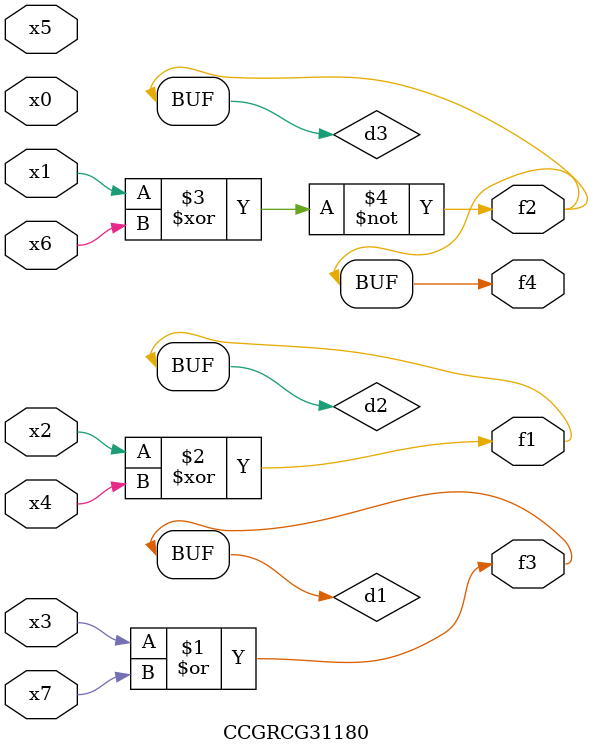
<source format=v>
module CCGRCG31180(
	input x0, x1, x2, x3, x4, x5, x6, x7,
	output f1, f2, f3, f4
);

	wire d1, d2, d3;

	or (d1, x3, x7);
	xor (d2, x2, x4);
	xnor (d3, x1, x6);
	assign f1 = d2;
	assign f2 = d3;
	assign f3 = d1;
	assign f4 = d3;
endmodule

</source>
